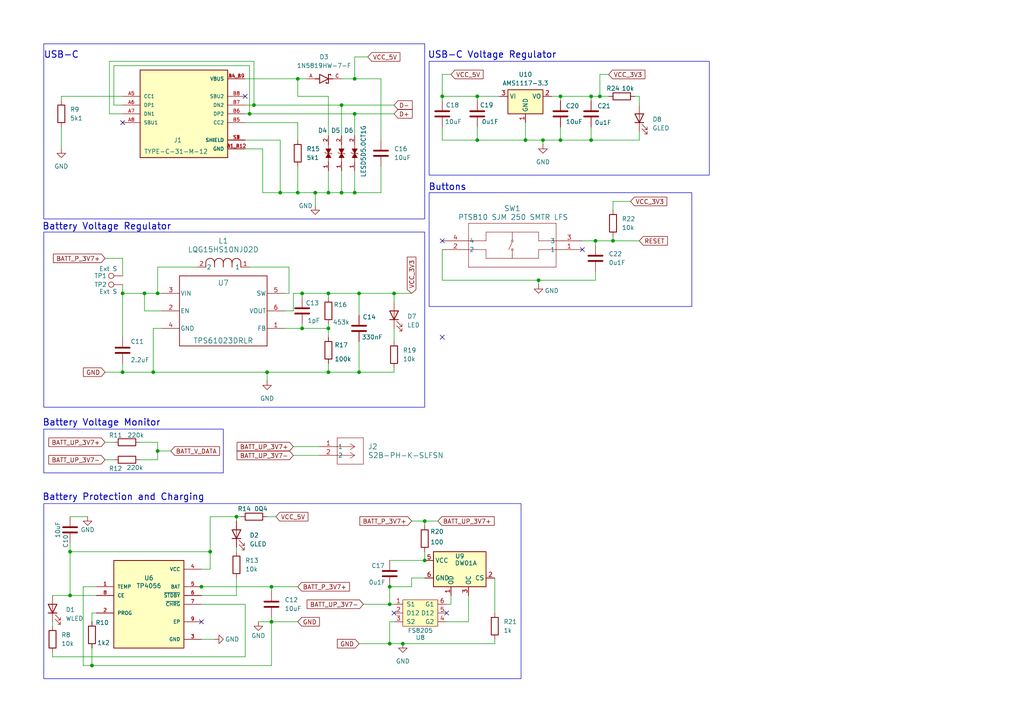
<source format=kicad_sch>
(kicad_sch (version 20250114) (generator "eeschema") (generator_version "9.0")
  (paper "A4")
  (lib_symbols
    (symbol "1N5819HW-7-F:1N5819HW-7-F" (pin_names (offset 1.016))
      (property "Reference" "D" (at -5.08 2.54 0))
      (property "Value" "1N5819HW-7-F" (at -5.08 -3.81 0))
      (symbol "1N5819HW-7-F_0_0"
        (pin passive line (at -5.08 0 0) (length 2.54) (name "~") (number "A"))
        (pin passive line (at 5.08 0 180) (length 2.54) (name "~") (number "C"))
      )
    )
    (symbol "Battery_Management:DW01A"
      (property "Reference" "U" (at -6.604 6.35 0))
      (property "Value" "DW01A" (at 4.318 6.604 0))
      (symbol "DW01A_0_1"
        (pin power_in line (at -10.16 2.54 0) (length 2.54) (name "VCC") (number "5"))
        (pin power_in line (at -10.16 -2.54 0) (length 2.54) (name "GND") (number "6"))
        (pin output line (at -2.54 -7.62 90) (length 2.54) (name "OD") (number "1"))
        (pin output line (at 2.54 -7.62 90) (length 2.54) (name "OC") (number "3"))
        (pin input line (at 10.16 -2.54 180) (length 2.54) (name "CS") (number "2"))
      )
      (symbol "DW01A_1_1"
        (pin no_connect line (at 10.16 2.54 180) (length 2.54) (hide yes) (name "TD") (number "4"))
      )
    )
    (symbol "Connector:TestPoint" (pin_numbers (hide yes)) (pin_names (offset 0.762) (hide yes))
      (property "Reference" "TP" (at 0 6.858 0))
      (property "Value" "TestPoint" (at 0 5.08 0))
      (symbol "TestPoint_1_1"
        (pin passive line (at 0 0 90) (length 2.54) (name "1") (number "1"))
      )
    )
    (symbol "Device:C" (pin_numbers (hide yes)) (pin_names (offset 0.254))
      (property "Reference" "C" (at 0.635 2.54 0))
      (property "Value" "C" (at 0.635 -2.54 0))
      (symbol "C_1_1"
        (pin passive line (at 0 3.81 270) (length 2.794) (name "~") (number "1"))
        (pin passive line (at 0 -3.81 90) (length 2.794) (name "~") (number "2"))
      )
    )
    (symbol "Device:LED" (pin_numbers (hide yes)) (pin_names (offset 1.016) (hide yes))
      (property "Reference" "D" (at 0 2.54 0))
      (property "Value" "LED" (at 0 -2.54 0))
      (symbol "LED_1_1"
        (pin passive line (at -3.81 0 0) (length 2.54) (name "K") (number "1"))
        (pin passive line (at 3.81 0 180) (length 2.54) (name "A") (number "2"))
      )
    )
    (symbol "Device:R" (pin_numbers (hide yes)) (pin_names (offset 0))
      (property "Reference" "R" (at 2.032 0 90))
      (property "Value" "R" (at 0 0 90))
      (symbol "R_1_1"
        (pin passive line (at 0 3.81 270) (length 1.27) (name "~") (number "1"))
        (pin passive line (at 0 -3.81 90) (length 1.27) (name "~") (number "2"))
      )
    )
    (symbol "JST 2 Pin:S2B-PH-K-SLFSN" (pin_names (offset 0.254))
      (property "Reference" "J" (at 8.89 6.35 0))
      (property "Value" "S2B-PH-K-SLFSN" (at 0 0 0))
      (symbol "S2B-PH-K-SLFSN_1_1"
        (pin unspecified line (at 0 0 0) (length 5.08) (name "1") (number "1"))
        (pin unspecified line (at 0 -2.54 0) (length 5.08) (name "2") (number "2"))
      )
      (symbol "S2B-PH-K-SLFSN_1_2"
        (pin unspecified line (at 0 0 0) (length 5.08) (name "1") (number "1"))
        (pin unspecified line (at 0 -2.54 0) (length 5.08) (name "2") (number "2"))
      )
    )
    (symbol "LESD5D5.0CT1G:LESD5D5.0CT1G" (pin_names (offset 1.016))
      (property "Reference" "D" (at -5.08 2.54 0))
      (property "Value" "LESD5D5.0CT1G" (at -5.08 -5.08 0))
      (symbol "LESD5D5.0CT1G_0_0"
        (pin passive line (at -5.08 0 0) (length 2.54) (name "~") (number "1"))
        (pin passive line (at 5.08 0 180) (length 2.54) (name "~") (number "2"))
      )
    )
    (symbol "LQG15HS10NJ02D:LQG15HS10NJ02D" (pin_names (offset 0.254))
      (property "Reference" "L" (at 6.985 5.08 0))
      (property "Value" "LQG15HS10NJ02D" (at 6.985 -2.54 0))
      (symbol "LQG15HS10NJ02D_1_1"
        (pin unspecified line (at 0 0 0) (length 2.54) (name "2") (number "2"))
        (pin unspecified line (at 15.24 0 180) (length 2.54) (name "1") (number "1"))
      )
      (symbol "LQG15HS10NJ02D_1_2"
        (pin unspecified line (at 0 15.24 270) (length 2.54) (name "1") (number "1"))
        (pin unspecified line (at 0 0 90) (length 2.54) (name "2") (number "2"))
      )
    )
    (symbol "PCM_marbastlib-various:FS8205" (pin_names (offset 1.016))
      (property "Reference" "U" (at -3.81 5.08 0))
      (property "Value" "FS8205" (at -1.27 -5.08 0))
      (symbol "FS8205_1_1"
        (pin power_in line (at -7.62 2.54 0) (length 2.54) (name "S1") (number "1"))
        (pin power_in line (at -7.62 0 0) (length 2.54) (name "D12") (number "2"))
        (pin power_in line (at -7.62 -2.54 0) (length 2.54) (name "S2") (number "3"))
        (pin input line (at 7.62 2.54 180) (length 2.54) (name "G1") (number "6"))
        (pin power_in line (at 7.62 0 180) (length 2.54) (name "D12") (number "5"))
        (pin input line (at 7.62 -2.54 180) (length 2.54) (name "G2") (number "4"))
      )
    )
    (symbol "PTS810SJM250SMTRLFS:PTS810_SJM_250_SMTR_LFS" (pin_names (offset 0.254))
      (property "Reference" "SW" (at 20.32 10.16 0))
      (property "Value" "PTS810 SJM 250 SMTR LFS" (at 20.32 7.62 0))
      (symbol "PTS810_SJM_250_SMTR_LFS_0_1"
        (pin unspecified line (at 0 0 0) (length 7.62) (name "1") (number "1"))
        (pin unspecified line (at 0 -2.54 0) (length 7.62) (name "3") (number "3"))
        (pin unspecified line (at 40.64 0 180) (length 7.62) (name "2") (number "2"))
        (pin unspecified line (at 40.64 -2.54 180) (length 7.62) (name "4") (number "4"))
      )
    )
    (symbol "Regulator_Linear:AMS1117-3.3"
      (property "Reference" "U" (at -3.81 3.175 0))
      (property "Value" "AMS1117-3.3" (at 0 3.175 0))
      (symbol "AMS1117-3.3_1_1"
        (pin power_in line (at -7.62 0 0) (length 2.54) (name "VI") (number "3"))
        (pin power_in line (at 0 -7.62 90) (length 2.54) (name "GND") (number "1"))
        (pin power_out line (at 7.62 0 180) (length 2.54) (name "VO") (number "2"))
      )
    )
    (symbol "TP4056:TP4056" (pin_names (offset 1.016))
      (property "Reference" "U" (at -10.16 13.208 0))
      (property "Value" "TP4056" (at -10.16 -15.24 0))
      (symbol "TP4056_0_0"
        (pin input line (at -15.24 5.08 0) (length 5.08) (name "TEMP") (number "1"))
        (pin input line (at -15.24 2.54 0) (length 5.08) (name "CE") (number "8"))
        (pin bidirectional line (at -15.24 -2.54 0) (length 5.08) (name "PROG") (number "2"))
        (pin power_in line (at 15.24 10.16 180) (length 5.08) (name "VCC") (number "4"))
        (pin output line (at 15.24 5.08 180) (length 5.08) (name "BAT") (number "5"))
        (pin output line (at 15.24 2.54 180) (length 5.08) (name "~{STDBY}") (number "6"))
        (pin output line (at 15.24 0 180) (length 5.08) (name "~{CHRG}") (number "7"))
        (pin passive line (at 15.24 -5.08 180) (length 5.08) (name "EP") (number "9"))
        (pin power_in line (at 15.24 -10.16 180) (length 5.08) (name "GND") (number "3"))
      )
    )
    (symbol "TPS61023DRLR:TPS61023DRLR" (pin_names (offset 0.254))
      (property "Reference" "U" (at 0 2.54 0))
      (property "Value" "TPS61023DRLR" (at 0 0 0))
      (symbol "TPS61023DRLR_0_1"
        (pin power_in line (at -17.78 5.08 0) (length 5.08) (name "VIN") (number "3"))
        (pin input line (at -17.78 0 0) (length 5.08) (name "EN") (number "2"))
        (pin power_in line (at -17.78 -5.08 0) (length 5.08) (name "GND") (number "4"))
        (pin power_in line (at 17.78 5.08 180) (length 5.08) (name "SW") (number "5"))
        (pin power_in line (at 17.78 0 180) (length 5.08) (name "VOUT") (number "6"))
        (pin input line (at 17.78 -5.08 180) (length 5.08) (name "FB") (number "1"))
      )
    )
    (symbol "USB-C-31-M-12:TYPE-C-31-M-12" (pin_names (offset 1.016))
      (property "Reference" "J" (at -12.7 13.462 0))
      (property "Value" "TYPE-C-31-M-12" (at -12.7 -13.462 0))
      (symbol "TYPE-C-31-M-12_0_0"
        (pin bidirectional line (at -17.78 5.08 0) (length 5.08) (name "CC1") (number "A5"))
        (pin bidirectional line (at -17.78 2.54 0) (length 5.08) (name "DP1") (number "A6"))
        (pin bidirectional line (at -17.78 0 0) (length 5.08) (name "DN1") (number "A7"))
        (pin bidirectional line (at -17.78 -2.54 0) (length 5.08) (name "SBU1") (number "A8"))
        (pin power_in line (at 17.78 10.16 180) (length 5.08) (name "VBUS") (number "A4_B9"))
        (pin power_in line (at 17.78 10.16 180) (length 5.08) (name "VBUS") (number "B4_A9"))
        (pin bidirectional line (at 17.78 5.08 180) (length 5.08) (name "SBU2") (number "B8"))
        (pin bidirectional line (at 17.78 2.54 180) (length 5.08) (name "DN2") (number "B7"))
        (pin bidirectional line (at 17.78 0 180) (length 5.08) (name "DP2") (number "B6"))
        (pin bidirectional line (at 17.78 -2.54 180) (length 5.08) (name "CC2") (number "B5"))
        (pin passive line (at 17.78 -7.62 180) (length 5.08) (name "SHIELD") (number "S1"))
        (pin passive line (at 17.78 -7.62 180) (length 5.08) (name "SHIELD") (number "S2"))
        (pin passive line (at 17.78 -7.62 180) (length 5.08) (name "SHIELD") (number "S3"))
        (pin passive line (at 17.78 -7.62 180) (length 5.08) (name "SHIELD") (number "S4"))
        (pin power_in line (at 17.78 -10.16 180) (length 5.08) (name "GND") (number "A1_B12"))
        (pin power_in line (at 17.78 -10.16 180) (length 5.08) (name "GND") (number "B1_A12"))
      )
    )
    (symbol "power:GND" (power) (pin_numbers (hide yes)) (pin_names (offset 0) (hide yes))
      (property "Value" "GND" (at 0 -3.81 0))
      (symbol "GND_1_1"
        (pin power_in line (at 0 0 270) (length 0) (name "~") (number "1"))
      )
    )
  )
  (rectangle (start 124.46 17.78) (end 205.74 50.8))
  (rectangle (start 12.7 12.7) (end 123.19 63.5))
  (rectangle (start 12.7 67.31) (end 123.19 118.11))
  (rectangle (start 12.7 146.05) (end 151.13 196.85))
  (rectangle (start 124.46 55.88) (end 200.66 88.9))
  (rectangle (start 12.7 124.46) (end 64.77 137.16))
  (text "Battery Voltage Monitor" (at 29.464 122.682 0) (effects (font (size 1.905 1.905) (thickness 0.254) (bold yes))))
  (text "Battery Voltage Regulator" (at 30.988 65.786 0) (effects (font (size 1.905 1.905) (thickness 0.254) (bold yes))))
  (text "Battery Protection and Charging" (at 35.814 144.272 0) (effects (font (size 1.905 1.905) (thickness 0.254) (bold yes))))
  (text "USB-C" (at 17.78 16.002 0) (effects (font (size 1.905 1.905) (thickness 0.254) (bold yes))))
  (text "Buttons" (at 129.794 54.356 0) (effects (font (size 1.905 1.905) (thickness 0.254) (bold yes))))
  (text "USB-C Voltage Regulator" (at 142.748 16.002 0) (effects (font (size 1.905 1.905) (thickness 0.254) (bold yes))))
  (junction (at 20.32 160.02))
  (junction (at 157.48 40.64))
  (junction (at 58.42 170.18))
  (junction (at 78.74 170.18))
  (junction (at 45.72 85.09))
  (junction (at 44.45 107.95))
  (junction (at 138.43 40.64))
  (junction (at 102.87 55.88))
  (junction (at 162.56 27.94))
  (junction (at 81.28 55.88))
  (junction (at 104.14 85.09))
  (junction (at 77.47 107.95))
  (junction (at 78.74 180.34))
  (junction (at 173.99 27.94))
  (junction (at 104.14 107.95))
  (junction (at 73.66 30.48))
  (junction (at 20.32 172.72))
  (junction (at 35.56 85.09))
  (junction (at 114.3 85.09))
  (junction (at 68.58 149.86))
  (junction (at 26.67 193.04))
  (junction (at 171.45 40.64))
  (junction (at 72.39 33.02))
  (junction (at 128.27 27.94))
  (junction (at 35.56 107.95))
  (junction (at 102.87 33.02))
  (junction (at 172.72 69.85))
  (junction (at 123.19 162.56))
  (junction (at 113.03 175.26))
  (junction (at 95.25 107.95))
  (junction (at 171.45 27.94))
  (junction (at 87.63 95.25))
  (junction (at 45.72 130.81))
  (junction (at 86.36 22.86))
  (junction (at 95.25 85.09))
  (junction (at 177.8 69.85))
  (junction (at 99.06 55.88))
  (junction (at 156.21 81.28))
  (junction (at 91.44 55.88))
  (junction (at 138.43 27.94))
  (junction (at 95.25 95.25))
  (junction (at 87.63 85.09))
  (junction (at 113.03 170.18))
  (junction (at 123.19 151.13))
  (junction (at 41.91 85.09))
  (junction (at 152.4 40.64))
  (junction (at 99.06 30.48))
  (junction (at 60.96 160.02))
  (junction (at 116.84 186.69))
  (junction (at 162.56 40.64))
  (junction (at 86.36 55.88))
  (junction (at 102.87 22.86))
  (junction (at 113.03 186.69))
  (junction (at 95.25 55.88))
  (no_connect (at 168.91 72.39))
  (no_connect (at 35.56 35.56))
  (no_connect (at 128.27 97.79))
  (no_connect (at 129.54 177.8))
  (no_connect (at 71.12 27.94))
  (no_connect (at 58.42 180.34))
  (no_connect (at 128.27 69.85))
  (no_connect (at 114.3 177.8))
  (wire (pts (xy 71.12 22.86) (xy 86.36 22.86)))
  (wire (pts (xy 95.25 85.09) (xy 95.25 86.36)))
  (wire (pts (xy 128.27 36.83) (xy 128.27 40.64)))
  (wire (pts (xy 60.96 149.86) (xy 68.58 149.86)))
  (wire (pts (xy 58.42 185.42) (xy 62.23 185.42)))
  (wire (pts (xy 24.13 193.04) (xy 26.67 193.04)))
  (wire (pts (xy 68.58 172.72) (xy 58.42 172.72)))
  (wire (pts (xy 114.3 95.25) (xy 114.3 99.06)))
  (wire (pts (xy 72.39 77.47) (xy 83.82 77.47)))
  (wire (pts (xy 71.12 35.56) (xy 86.36 35.56)))
  (wire (pts (xy 81.28 40.64) (xy 81.28 55.88)))
  (wire (pts (xy 71.12 40.64) (xy 81.28 40.64)))
  (wire (pts (xy 20.32 160.02) (xy 20.32 172.72)))
  (wire (pts (xy 102.87 33.02) (xy 102.87 39.37)))
  (wire (pts (xy 104.14 99.06) (xy 104.14 107.95)))
  (wire (pts (xy 99.06 49.53) (xy 99.06 55.88)))
  (wire (pts (xy 87.63 85.09) (xy 95.25 85.09)))
  (wire (pts (xy 35.56 82.55) (xy 35.56 85.09)))
  (wire (pts (xy 172.72 69.85) (xy 177.8 69.85)))
  (wire (pts (xy 110.49 22.86) (xy 110.49 40.64)))
  (wire (pts (xy 177.8 60.96) (xy 177.8 58.42)))
  (wire (pts (xy 156.21 82.55) (xy 156.21 81.28)))
  (wire (pts (xy 177.8 68.58) (xy 177.8 69.85)))
  (wire (pts (xy 104.14 85.09) (xy 114.3 85.09)))
  (wire (pts (xy 72.39 19.05) (xy 72.39 33.02)))
  (wire (pts (xy 30.48 107.95) (xy 35.56 107.95)))
  (wire (pts (xy 40.64 133.35) (xy 45.72 133.35)))
  (wire (pts (xy 110.49 55.88) (xy 110.49 48.26)))
  (wire (pts (xy 95.25 27.94) (xy 86.36 27.94)))
  (wire (pts (xy 129.54 180.34) (xy 135.89 180.34)))
  (wire (pts (xy 71.12 175.26) (xy 58.42 175.26)))
  (wire (pts (xy 85.09 132.08) (xy 92.71 132.08)))
  (wire (pts (xy 160.02 27.94) (xy 162.56 27.94)))
  (wire (pts (xy 91.44 55.88) (xy 91.44 59.69)))
  (wire (pts (xy 87.63 95.25) (xy 95.25 95.25)))
  (wire (pts (xy 68.58 149.86) (xy 69.85 149.86)))
  (wire (pts (xy 171.45 27.94) (xy 173.99 27.94)))
  (wire (pts (xy 135.89 172.72) (xy 135.89 180.34)))
  (wire (pts (xy 30.48 74.93) (xy 35.56 74.93)))
  (wire (pts (xy 102.87 49.53) (xy 102.87 55.88)))
  (wire (pts (xy 157.48 40.64) (xy 157.48 41.91)))
  (wire (pts (xy 168.91 69.85) (xy 172.72 69.85)))
  (wire (pts (xy 171.45 27.94) (xy 171.45 29.21)))
  (wire (pts (xy 138.43 36.83) (xy 138.43 40.64)))
  (wire (pts (xy 130.81 21.59) (xy 128.27 21.59)))
  (wire (pts (xy 113.03 180.34) (xy 113.03 186.69)))
  (wire (pts (xy 15.24 190.5) (xy 71.12 190.5)))
  (wire (pts (xy 86.36 22.86) (xy 88.9 22.86)))
  (wire (pts (xy 86.36 55.88) (xy 91.44 55.88)))
  (wire (pts (xy 162.56 40.64) (xy 157.48 40.64)))
  (wire (pts (xy 86.36 35.56) (xy 86.36 40.64)))
  (wire (pts (xy 171.45 40.64) (xy 162.56 40.64)))
  (wire (pts (xy 40.64 128.27) (xy 45.72 128.27)))
  (wire (pts (xy 60.96 165.1) (xy 58.42 165.1)))
  (wire (pts (xy 44.45 107.95) (xy 77.47 107.95)))
  (wire (pts (xy 123.19 152.4) (xy 123.19 151.13)))
  (wire (pts (xy 31.75 17.78) (xy 73.66 17.78)))
  (wire (pts (xy 82.55 85.09) (xy 83.82 85.09)))
  (wire (pts (xy 35.56 105.41) (xy 35.56 107.95)))
  (wire (pts (xy 162.56 36.83) (xy 162.56 40.64)))
  (wire (pts (xy 102.87 22.86) (xy 102.87 16.51)))
  (wire (pts (xy 33.02 19.05) (xy 72.39 19.05)))
  (wire (pts (xy 113.03 170.18) (xy 113.03 175.26)))
  (wire (pts (xy 30.48 128.27) (xy 33.02 128.27)))
  (wire (pts (xy 104.14 107.95) (xy 114.3 107.95)))
  (wire (pts (xy 78.74 179.07) (xy 78.74 180.34)))
  (wire (pts (xy 68.58 158.75) (xy 68.58 160.02)))
  (wire (pts (xy 73.66 17.78) (xy 73.66 30.48)))
  (wire (pts (xy 41.91 90.17) (xy 41.91 85.09)))
  (wire (pts (xy 143.51 167.64) (xy 143.51 177.8)))
  (wire (pts (xy 54.61 170.18) (xy 58.42 170.18)))
  (wire (pts (xy 46.99 85.09) (xy 45.72 85.09)))
  (wire (pts (xy 17.78 36.83) (xy 17.78 43.18)))
  (wire (pts (xy 177.8 69.85) (xy 185.42 69.85)))
  (wire (pts (xy 71.12 30.48) (xy 73.66 30.48)))
  (wire (pts (xy 130.81 172.72) (xy 130.81 175.26)))
  (wire (pts (xy 35.56 74.93) (xy 35.56 80.01)))
  (wire (pts (xy 102.87 22.86) (xy 110.49 22.86)))
  (wire (pts (xy 45.72 128.27) (xy 45.72 130.81)))
  (wire (pts (xy 173.99 27.94) (xy 176.53 27.94)))
  (wire (pts (xy 99.06 30.48) (xy 99.06 39.37)))
  (wire (pts (xy 71.12 190.5) (xy 71.12 175.26)))
  (wire (pts (xy 17.78 29.21) (xy 17.78 27.94)))
  (wire (pts (xy 173.99 21.59) (xy 173.99 27.94)))
  (wire (pts (xy 185.42 27.94) (xy 185.42 30.48)))
  (wire (pts (xy 95.25 93.98) (xy 95.25 95.25)))
  (wire (pts (xy 20.32 172.72) (xy 27.94 172.72)))
  (wire (pts (xy 138.43 27.94) (xy 144.78 27.94)))
  (wire (pts (xy 20.32 149.86) (xy 25.4 149.86)))
  (wire (pts (xy 105.41 175.26) (xy 113.03 175.26)))
  (wire (pts (xy 99.06 22.86) (xy 102.87 22.86)))
  (wire (pts (xy 185.42 40.64) (xy 171.45 40.64)))
  (wire (pts (xy 72.39 33.02) (xy 102.87 33.02)))
  (wire (pts (xy 77.47 107.95) (xy 95.25 107.95)))
  (wire (pts (xy 85.09 129.54) (xy 92.71 129.54)))
  (wire (pts (xy 104.14 186.69) (xy 113.03 186.69)))
  (wire (pts (xy 82.55 95.25) (xy 87.63 95.25)))
  (wire (pts (xy 20.32 160.02) (xy 60.96 160.02)))
  (wire (pts (xy 104.14 85.09) (xy 104.14 91.44)))
  (wire (pts (xy 102.87 16.51) (xy 106.68 16.51)))
  (wire (pts (xy 113.03 162.56) (xy 123.19 162.56)))
  (wire (pts (xy 30.48 133.35) (xy 33.02 133.35)))
  (wire (pts (xy 78.74 170.18) (xy 78.74 171.45)))
  (wire (pts (xy 15.24 189.23) (xy 15.24 190.5)))
  (wire (pts (xy 128.27 40.64) (xy 138.43 40.64)))
  (wire (pts (xy 45.72 85.09) (xy 41.91 85.09)))
  (wire (pts (xy 95.25 39.37) (xy 95.25 27.94)))
  (wire (pts (xy 102.87 55.88) (xy 110.49 55.88)))
  (wire (pts (xy 26.67 187.96) (xy 26.67 193.04)))
  (wire (pts (xy 86.36 48.26) (xy 86.36 55.88)))
  (wire (pts (xy 71.12 33.02) (xy 72.39 33.02)))
  (wire (pts (xy 95.25 49.53) (xy 95.25 55.88)))
  (wire (pts (xy 78.74 193.04) (xy 78.74 180.34)))
  (wire (pts (xy 83.82 77.47) (xy 83.82 85.09)))
  (wire (pts (xy 45.72 130.81) (xy 49.53 130.81)))
  (wire (pts (xy 176.53 21.59) (xy 173.99 21.59)))
  (wire (pts (xy 41.91 85.09) (xy 35.56 85.09)))
  (wire (pts (xy 26.67 193.04) (xy 78.74 193.04)))
  (wire (pts (xy 113.03 170.18) (xy 119.38 170.18)))
  (wire (pts (xy 99.06 55.88) (xy 102.87 55.88)))
  (wire (pts (xy 162.56 27.94) (xy 162.56 29.21)))
  (wire (pts (xy 185.42 38.1) (xy 185.42 40.64)))
  (wire (pts (xy 82.55 90.17) (xy 85.09 90.17)))
  (wire (pts (xy 87.63 85.09) (xy 87.63 86.36)))
  (wire (pts (xy 129.54 175.26) (xy 130.81 175.26)))
  (wire (pts (xy 35.56 107.95) (xy 44.45 107.95)))
  (wire (pts (xy 15.24 180.34) (xy 15.24 181.61)))
  (wire (pts (xy 68.58 149.86) (xy 68.58 151.13)))
  (wire (pts (xy 31.75 33.02) (xy 31.75 17.78)))
  (wire (pts (xy 24.13 170.18) (xy 24.13 193.04)))
  (wire (pts (xy 85.09 90.17) (xy 85.09 85.09)))
  (wire (pts (xy 86.36 27.94) (xy 86.36 22.86)))
  (wire (pts (xy 119.38 167.64) (xy 123.19 167.64)))
  (wire (pts (xy 172.72 81.28) (xy 156.21 81.28)))
  (wire (pts (xy 95.25 85.09) (xy 104.14 85.09)))
  (wire (pts (xy 95.25 105.41) (xy 95.25 107.95)))
  (wire (pts (xy 123.19 160.02) (xy 123.19 162.56)))
  (wire (pts (xy 171.45 36.83) (xy 171.45 40.64)))
  (wire (pts (xy 68.58 167.64) (xy 68.58 172.72)))
  (wire (pts (xy 60.96 149.86) (xy 60.96 160.02)))
  (wire (pts (xy 74.93 180.34) (xy 78.74 180.34)))
  (wire (pts (xy 33.02 30.48) (xy 33.02 19.05)))
  (wire (pts (xy 128.27 72.39) (xy 128.27 81.28)))
  (wire (pts (xy 128.27 27.94) (xy 128.27 29.21)))
  (wire (pts (xy 35.56 85.09) (xy 35.56 97.79)))
  (wire (pts (xy 138.43 27.94) (xy 138.43 29.21)))
  (wire (pts (xy 177.8 58.42) (xy 182.88 58.42)))
  (wire (pts (xy 119.38 151.13) (xy 123.19 151.13)))
  (wire (pts (xy 116.84 186.69) (xy 143.51 186.69)))
  (wire (pts (xy 172.72 69.85) (xy 172.72 71.12)))
  (wire (pts (xy 45.72 77.47) (xy 45.72 85.09)))
  (wire (pts (xy 114.3 106.68) (xy 114.3 107.95)))
  (wire (pts (xy 152.4 35.56) (xy 152.4 40.64)))
  (wire (pts (xy 95.25 55.88) (xy 99.06 55.88)))
  (wire (pts (xy 20.32 157.48) (xy 20.32 160.02)))
  (wire (pts (xy 143.51 185.42) (xy 143.51 186.69)))
  (wire (pts (xy 119.38 170.18) (xy 119.38 167.64)))
  (wire (pts (xy 184.15 27.94) (xy 185.42 27.94)))
  (wire (pts (xy 114.3 85.09) (xy 114.3 87.63)))
  (wire (pts (xy 78.74 180.34) (xy 86.36 180.34)))
  (wire (pts (xy 172.72 78.74) (xy 172.72 81.28)))
  (wire (pts (xy 114.3 180.34) (xy 113.03 180.34)))
  (wire (pts (xy 35.56 30.48) (xy 33.02 30.48)))
  (wire (pts (xy 77.47 107.95) (xy 77.47 110.49)))
  (wire (pts (xy 46.99 95.25) (xy 44.45 95.25)))
  (wire (pts (xy 128.27 81.28) (xy 156.21 81.28)))
  (wire (pts (xy 27.94 177.8) (xy 26.67 177.8)))
  (wire (pts (xy 76.2 55.88) (xy 81.28 55.88)))
  (wire (pts (xy 60.96 160.02) (xy 60.96 165.1)))
  (wire (pts (xy 27.94 170.18) (xy 24.13 170.18)))
  (wire (pts (xy 35.56 33.02) (xy 31.75 33.02)))
  (wire (pts (xy 45.72 130.81) (xy 45.72 133.35)))
  (wire (pts (xy 76.2 43.18) (xy 76.2 55.88)))
  (wire (pts (xy 123.19 151.13) (xy 127 151.13)))
  (wire (pts (xy 15.24 172.72) (xy 20.32 172.72)))
  (wire (pts (xy 87.63 93.98) (xy 87.63 95.25)))
  (wire (pts (xy 102.87 33.02) (xy 114.3 33.02)))
  (wire (pts (xy 57.15 77.47) (xy 45.72 77.47)))
  (wire (pts (xy 81.28 55.88) (xy 86.36 55.88)))
  (wire (pts (xy 95.25 95.25) (xy 95.25 97.79)))
  (wire (pts (xy 95.25 107.95) (xy 104.14 107.95)))
  (wire (pts (xy 46.99 90.17) (xy 41.91 90.17)))
  (wire (pts (xy 26.67 177.8) (xy 26.67 180.34)))
  (wire (pts (xy 71.12 43.18) (xy 76.2 43.18)))
  (wire (pts (xy 162.56 27.94) (xy 171.45 27.94)))
  (wire (pts (xy 78.74 170.18) (xy 86.36 170.18)))
  (wire (pts (xy 44.45 95.25) (xy 44.45 107.95)))
  (wire (pts (xy 73.66 30.48) (xy 99.06 30.48)))
  (wire (pts (xy 85.09 85.09) (xy 87.63 85.09)))
  (wire (pts (xy 99.06 30.48) (xy 114.3 30.48)))
  (wire (pts (xy 17.78 27.94) (xy 35.56 27.94)))
  (wire (pts (xy 138.43 40.64) (xy 152.4 40.64)))
  (wire (pts (xy 152.4 40.64) (xy 157.48 40.64)))
  (wire (pts (xy 77.47 149.86) (xy 80.01 149.86)))
  (wire (pts (xy 128.27 27.94) (xy 138.43 27.94)))
  (wire (pts (xy 128.27 21.59) (xy 128.27 27.94)))
  (wire (pts (xy 113.03 186.69) (xy 116.84 186.69)))
  (wire (pts (xy 58.42 170.18) (xy 78.74 170.18)))
  (wire (pts (xy 113.03 175.26) (xy 114.3 175.26)))
  (wire (pts (xy 114.3 85.09) (xy 119.38 85.09)))
  (wire (pts (xy 91.44 55.88) (xy 95.25 55.88)))
  (global_label "D+" (shape input) (at 114.3 33.02 0) (property "Intersheetrefs" "${INTERSHEET_REFS}" (effects (hide yes))))
  (global_label "GND" (shape input) (at 104.14 186.69 180) (effects (font (thickness 0.1588))) (property "Intersheetrefs" "${INTERSHEET_REFS}" (effects (hide yes))))
  (global_label "VCC_3V3" (shape input) (at 176.53 21.59 0) (effects (font (thickness 0.1588))) (property "Intersheetrefs" "${INTERSHEET_REFS}" (effects (hide yes))))
  (global_label "VCC_3V3" (shape input) (at 119.38 85.09 90) (effects (font (thickness 0.1588))) (property "Intersheetrefs" "${INTERSHEET_REFS}" (effects (hide yes))))
  (global_label "BATT_V_DATA" (shape input) (at 49.53 130.81 0) (effects (font (thickness 0.1588))) (property "Intersheetrefs" "${INTERSHEET_REFS}" (effects (hide yes))))
  (global_label "VCC_5V" (shape input) (at 80.01 149.86 0) (property "Intersheetrefs" "${INTERSHEET_REFS}" (effects (hide yes))))
  (global_label "GND" (shape input) (at 30.48 107.95 180) (effects (font (thickness 0.1588))) (property "Intersheetrefs" "${INTERSHEET_REFS}" (effects (hide yes))))
  (global_label "BATT_UP_3V7+" (shape input) (at 30.48 128.27 180) (effects (font (thickness 0.1588))) (property "Intersheetrefs" "${INTERSHEET_REFS}" (effects (hide yes))))
  (global_label "D-" (shape input) (at 114.3 30.48 0) (property "Intersheetrefs" "${INTERSHEET_REFS}" (effects (hide yes))))
  (global_label "BATT_UP_3V7-" (shape input) (at 105.41 175.26 180) (effects (font (thickness 0.1588))) (property "Intersheetrefs" "${INTERSHEET_REFS}" (effects (hide yes))))
  (global_label "VCC_5V" (shape input) (at 106.68 16.51 0) (property "Intersheetrefs" "${INTERSHEET_REFS}" (effects (hide yes))))
  (global_label "VCC_5V" (shape input) (at 130.81 21.59 0) (effects (font (thickness 0.1588))) (property "Intersheetrefs" "${INTERSHEET_REFS}" (effects (hide yes))))
  (global_label "GND" (shape input) (at 86.36 180.34 0) (effects (font (thickness 0.1588))) (property "Intersheetrefs" "${INTERSHEET_REFS}" (effects (hide yes))))
  (global_label "RESET" (shape input) (at 185.42 69.85 0) (effects (font (thickness 0.1588))) (property "Intersheetrefs" "${INTERSHEET_REFS}" (effects (hide yes))))
  (global_label "BATT_P_3V7+" (shape input) (at 86.36 170.18 0) (effects (font (thickness 0.1588))) (property "Intersheetrefs" "${INTERSHEET_REFS}" (effects (hide yes))))
  (global_label "BATT_P_3V7+" (shape input) (at 30.48 74.93 180) (effects (font (thickness 0.1588))) (property "Intersheetrefs" "${INTERSHEET_REFS}" (effects (hide yes))))
  (global_label "BATT_UP_3V7-" (shape input) (at 30.48 133.35 180) (effects (font (thickness 0.1588))) (property "Intersheetrefs" "${INTERSHEET_REFS}" (effects (hide yes))))
  (global_label "BATT_UP_3V7+" (shape input) (at 85.09 129.54 180) (effects (font (thickness 0.1588))) (property "Intersheetrefs" "${INTERSHEET_REFS}" (effects (hide yes))))
  (global_label "BATT_P_3V7+" (shape input) (at 119.38 151.13 180) (effects (font (thickness 0.1588))) (property "Intersheetrefs" "${INTERSHEET_REFS}" (effects (hide yes))))
  (global_label "BATT_UP_3V7-" (shape input) (at 85.09 132.08 180) (effects (font (thickness 0.1588))) (property "Intersheetrefs" "${INTERSHEET_REFS}" (effects (hide yes))))
  (global_label "BATT_UP_3V7+" (shape input) (at 127 151.13 0) (effects (font (thickness 0.1588))) (property "Intersheetrefs" "${INTERSHEET_REFS}" (effects (hide yes))))
  (global_label "VCC_3V3" (shape input) (at 182.88 58.42 0) (effects (font (thickness 0.1588))) (property "Intersheetrefs" "${INTERSHEET_REFS}" (effects (hide yes))))
  (symbol (lib_id "1N5819HW-7-F:1N5819HW-7-F") (at 93.98 22.86 0) (unit 1)
    (property "Reference" "D3" (at 93.98 16.51 0))
    (property "Value" "1N5819HW-7-F" (at 93.98 19.05 0))
    (property "Footprint" "1N5819HW-7-F:SOD3715X145N" (effects (hide yes)))
    (property "PARTREV" "18-2" (effects (hide yes)))
    (property "STANDARD" "IPC-7351B" (effects (hide yes)))
    (property "MANUFACTURER" "Diodes Inc." (effects (hide yes)))
    (instances (project "" (path "" (reference "D3") (unit 1))) (project "" (path "" (reference "D1") (unit 1))))
  )
  (symbol (lib_id "power:GND") (at 116.84 186.69 0) (unit 1)
    (property "Reference" "#PWR?" (effects (hide yes)))
    (property "Value" "GND" (at 116.84 191.77 0))
    (property "Description" "Power symbol creates a global label with name \"GND\" , ground" (effects (hide yes)))
    (instances (project "Pressure Broom" (path "" (reference "#PWR?") (unit 1))) (project "" (path "" (reference "#PWR011") (unit 1))))
  )
  (symbol (lib_id "Device:R") (at 86.36 44.45 0) (unit 1)
    (property "Reference" "R15" (at 88.9 43.1799 0) (effects (justify left)))
    (property "Value" "5k1" (at 88.9 45.7199 0) (effects (justify left)))
    (property "Footprint" "Resistor_SMD:R_0603_1608Metric" (effects (hide yes)))
    (property "Description" "Resistor" (effects (hide yes)))
    (instances (project "" (path "" (reference "R15") (unit 1))) (project "" (path "" (reference "R2") (unit 1))))
  )
  (symbol (lib_id "TP4056:TP4056") (at 43.18 175.26 0) (unit 1)
    (property "Reference" "U6" (at 43.18 167.64 0))
    (property "Value" "TP4056" (at 43.18 169.926 0))
    (property "Footprint" "TP4056:SOP127P600X175-9N" (effects (hide yes)))
    (property "MF" "NanJing Top Power ASIC Corp." (effects (hide yes)))
    (property "MAXIMUM_PACKAGE_HEIGHT" "1.75mm" (effects (hide yes)))
    (property "Package" "Package" (effects (hide yes)))
    (property "Price" "None" (effects (hide yes)))
    (property "Check_prices" "https://www.snapeda.com/parts/TP4056/NanJing+Top+Power+ASIC+Corp./view-part/?ref=eda" (effects (hide yes)))
    (property "STANDARD" "IPC 7351B" (effects (hide yes)))
    (property "SnapEDA_Link" "https://www.snapeda.com/parts/TP4056/NanJing+Top+Power+ASIC+Corp./view-part/?ref=snap" (effects (hide yes)))
    (property "MP" "TP4056" (effects (hide yes)))
    (property "Description_1" "\n                        \n                            Complete single cell Li-Ion battery with a constant current / constant voltage linear charger\n                        \n" (effects (hide yes)))
    (property "Availability" "Not in stock" (effects (hide yes)))
    (property "MANUFACTURER" "NanJing Top Power ASIC Corp." (effects (hide yes)))
    (instances (project "" (path "" (reference "U6") (unit 1))) (project "" (path "" (reference "U4") (unit 1))))
  )
  (symbol (lib_id "Device:R") (at 36.83 128.27 90) (unit 1)
    (property "Reference" "R11" (at 33.528 126.238 90))
    (property "Value" "220k" (at 39.37 126.238 90))
    (property "Footprint" "Resistor_SMD:R_0603_1608Metric" (effects (hide yes)))
    (property "Description" "Resistor" (effects (hide yes)))
    (instances (project "" (path "" (reference "R11") (unit 1))) (project "" (path "" (reference "R17") (unit 1))))
  )
  (symbol (lib_id "Connector:TestPoint") (at 35.56 80.01 90) (unit 1)
    (property "Reference" "TP1" (at 30.988 80.01 90) (effects (justify left)))
    (property "Value" "Ext S" (at 34.036 77.978 90) (effects (justify left)))
    (property "Footprint" "TestPoint:TestPoint_THTPad_2.0x2.0mm_Drill1.0mm" (effects (hide yes)))
    (property "Description" "test point" (effects (hide yes)))
  )
  (symbol (lib_id "power:GND") (at 62.23 185.42 90) (unit 1)
    (property "Reference" "#PWR?" (effects (hide yes)))
    (property "Value" "GND" (at 65.278 185.42 90) (effects (justify right)))
    (property "Description" "Power symbol creates a global label with name \"GND\" , ground" (effects (hide yes)))
    (instances (project "Pressure Broom" (path "" (reference "#PWR?") (unit 1))) (project "RockTimer v2" (path "" (reference "#PWR09") (unit 1))))
  )
  (symbol (lib_id "Device:LED") (at 15.24 176.53 90) (unit 1)
    (property "Reference" "D1" (at 19.05 176.8474 90) (effects (justify right)))
    (property "Value" "WLED" (at 19.05 179.3874 90) (effects (justify right)))
    (property "Footprint" "LED_SMD:LED_0603_1608Metric" (effects (hide yes)))
    (property "Description" "Light emitting diode" (effects (hide yes)))
    (instances (project "" (path "" (reference "D1") (unit 1))) (project "" (path "" (reference "D7") (unit 1))))
  )
  (symbol (lib_id "Device:R") (at 95.25 101.6 0) (unit 1)
    (property "Reference" "R17" (at 97.028 100.076 0) (effects (justify left)))
    (property "Value" "100k" (at 97.028 104.14 0) (effects (justify left)))
    (property "Footprint" "Resistor_SMD:R_0603_1608Metric" (effects (hide yes)))
    (property "Description" "Resistor" (effects (hide yes)))
    (instances (project "" (path "" (reference "R17") (unit 1))) (project "" (path "" (reference "R4") (unit 1))))
  )
  (symbol (lib_id "LESD5D5.0CT1G:LESD5D5.0CT1G") (at 95.25 44.45 90) (unit 1)
    (property "Reference" "D4" (at 92.202 37.846 90) (effects (justify right)))
    (property "Value" "LESD5D5.0CT1G" (effects (hide yes)))
    (property "Footprint" "TPS61023:TVS_LESD5D5.0CT1G" (effects (hide yes)))
    (property "MF" "Leshan Radio Co." (effects (hide yes)))
    (property "MAXIMUM_PACKAGE_HEIGHT" "0.7 mm" (effects (hide yes)))
    (property "Package" "None" (effects (hide yes)))
    (property "Price" "None" (effects (hide yes)))
    (property "Check_prices" "https://www.snapeda.com/parts/LESD5D5.0CT1G/Leshan+Radio/view-part/?ref=eda" (effects (hide yes)))
    (property "STANDARD" "Manufacturer Recommendations" (effects (hide yes)))
    (property "PARTREV" "O" (effects (hide yes)))
    (property "SnapEDA_Link" "https://www.snapeda.com/parts/LESD5D5.0CT1G/Leshan+Radio/view-part/?ref=snap" (effects (hide yes)))
    (property "MP" "LESD5D5.0CT1G" (effects (hide yes)))
    (property "Description_1" "\n                        \n                            Transient Voltage Suppressors for ESD Protection\n                        \n" (effects (hide yes)))
    (property "Availability" "In Stock" (effects (hide yes)))
    (property "MANUFACTURER" "LRC" (effects (hide yes)))
    (instances (project "" (path "" (reference "D4") (unit 1))) (project "" (path "" (reference "D2") (unit 1))))
  )
  (symbol (lib_id "Device:C") (at 162.56 33.02 0) (unit 1)
    (property "Reference" "C20" (at 164.084 30.734 0) (effects (justify left)))
    (property "Value" "10uF" (at 164.084 35.306 0) (effects (justify left)))
    (property "Footprint" "Capacitor_SMD:C_0603_1608Metric" (effects (hide yes)))
    (property "Description" "Unpolarized capacitor" (effects (hide yes)))
    (instances (project "" (path "" (reference "C20") (unit 1))) (project "" (path "" (reference "C7") (unit 1))))
  )
  (symbol (lib_id "Device:C") (at 87.63 90.17 0) (unit 1)
    (property "Reference" "C13" (at 88.646 87.884 0) (effects (justify left)))
    (property "Value" "1pF" (at 89.154 92.964 0) (effects (justify left)))
    (property "Footprint" "Capacitor_SMD:C_0603_1608Metric" (effects (hide yes)))
    (property "Description" "Unpolarized capacitor" (effects (hide yes)))
    (instances (project "" (path "" (reference "C13") (unit 1))) (project "" (path "" (reference "C2") (unit 1))))
  )
  (symbol (lib_id "Battery_Management:DW01A") (at 133.35 165.1 0) (unit 1)
    (property "Reference" "U9" (at 133.35 161.29 0))
    (property "Value" "DW01A" (at 135.128 163.322 0))
    (property "Footprint" "Package_TO_SOT_SMD:SOT-23-6" (effects (hide yes)))
    (property "Datasheet" "https://hmsemi.com/downfile/DW01A.PDF" (effects (hide yes)))
    (property "Description" "Overcharge, overcurrent and overdischarge protection IC for single cell lithium-ion/polymer battery" (effects (hide yes)))
    (instances (project "" (path "" (reference "U9") (unit 1))) (project "" (path "" (reference "U5") (unit 1))))
  )
  (symbol (lib_id "Connector:TestPoint") (at 35.56 82.55 90) (unit 1)
    (property "Reference" "TP2" (at 30.988 82.55 90) (effects (justify left)))
    (property "Value" "Ext S" (at 34.036 84.582 90) (effects (justify left)))
    (property "Footprint" "TestPoint:TestPoint_THTPad_D2.0mm_Drill1.0mm" (effects (hide yes)))
    (property "Description" "test point" (effects (hide yes)))
  )
  (symbol (lib_id "Device:C") (at 78.74 175.26 0) (unit 1)
    (property "Reference" "C12" (at 82.55 173.9899 0) (effects (justify left)))
    (property "Value" "10uF" (at 82.55 176.5299 0) (effects (justify left)))
    (property "Footprint" "Capacitor_SMD:C_0603_1608Metric" (effects (hide yes)))
    (property "Description" "Unpolarized capacitor" (effects (hide yes)))
    (instances (project "" (path "" (reference "C12") (unit 1))) (project "" (path "" (reference "C11") (unit 1))))
  )
  (symbol (lib_id "LQG15HS10NJ02D:LQG15HS10NJ02D") (at 57.15 77.47 0) (unit 1)
    (property "Reference" "L1" (at 64.77 69.85 0) (effects (font (size 1.524 1.524))))
    (property "Value" "LQG15HS10NJ02D" (at 64.77 72.39 0) (effects (font (size 1.524 1.524))))
    (property "Footprint" "LQG15HS10NJ02D:IND_LQG15HS10NJ02D_MUR" (effects (hide yes)))
    (property "Datasheet" "LQG15HS10NJ02D" (effects (hide yes)))
  )
  (symbol (lib_id "Device:LED") (at 185.42 34.29 90) (unit 1)
    (property "Reference" "D8" (at 189.23 34.6074 90) (effects (justify right)))
    (property "Value" "GLED" (at 189.23 37.1474 90) (effects (justify right)))
    (property "Footprint" "LED_SMD:LED_0603_1608Metric" (effects (hide yes)))
    (property "Description" "Light emitting diode" (effects (hide yes)))
    (instances (project "" (path "" (reference "D8") (unit 1))) (project "" (path "" (reference "D5") (unit 1))))
  )
  (symbol (lib_id "Device:C") (at 110.49 44.45 0) (unit 1)
    (property "Reference" "C16" (at 114.3 43.1799 0) (effects (justify left)))
    (property "Value" "10uF" (at 114.3 45.7199 0) (effects (justify left)))
    (property "Footprint" "Capacitor_SMD:C_0603_1608Metric" (effects (hide yes)))
    (property "Description" "Unpolarized capacitor" (effects (hide yes)))
    (instances (project "" (path "" (reference "C16") (unit 1))) (project "" (path "" (reference "C1") (unit 1))))
  )
  (symbol (lib_id "Device:R") (at 123.19 156.21 180) (unit 1)
    (property "Reference" "R20" (at 126.746 154.178 0))
    (property "Value" "100" (at 126.746 157.226 0))
    (property "Footprint" "Resistor_SMD:R_0603_1608Metric" (effects (hide yes)))
    (property "Description" "Resistor" (effects (hide yes)))
    (instances (project "" (path "" (reference "R20") (unit 1))) (project "" (path "" (reference "R12") (unit 1))))
  )
  (symbol (lib_id "power:GND") (at 156.21 82.55 0) (unit 1)
    (property "Reference" "#PWR?" (effects (hide yes)))
    (property "Value" "GND" (at 160.02 84.328 0))
    (property "Description" "Power symbol creates a global label with name \"GND\" , ground" (effects (hide yes)))
    (instances (project "Pressure Broom" (path "" (reference "#PWR?") (unit 1))) (project "" (path "" (reference "#PWR05") (unit 1))))
  )
  (symbol (lib_id "Device:C") (at 20.32 153.67 180) (unit 1)
    (property "Reference" "C10" (at 19.05 156.972 90))
    (property "Value" "10uF" (at 16.764 153.67 90))
    (property "Footprint" "Capacitor_SMD:C_0603_1608Metric" (effects (hide yes)))
    (property "Description" "Unpolarized capacitor" (effects (hide yes)))
    (instances (project "" (path "" (reference "C10") (unit 1))) (project "" (path "" (reference "C12") (unit 1))))
  )
  (symbol (lib_id "Device:R") (at 95.25 90.17 0) (unit 1)
    (property "Reference" "R16" (at 96.774 88.392 0) (effects (justify left)))
    (property "Value" "453k" (at 96.52 93.472 0) (effects (justify left)))
    (property "Footprint" "Resistor_SMD:R_0603_1608Metric" (effects (hide yes)))
    (property "Description" "Resistor" (effects (hide yes)))
    (instances (project "" (path "" (reference "R16") (unit 1))) (project "" (path "" (reference "R3") (unit 1))))
  )
  (symbol (lib_id "JST 2 Pin:S2B-PH-K-SLFSN") (at 92.71 129.54 0) (unit 1)
    (property "Reference" "J2" (at 106.68 129.5399 0) (effects (font (size 1.524 1.524)) (justify left)))
    (property "Value" "S2B-PH-K-SLFSN" (at 106.68 132.0799 0) (effects (font (size 1.524 1.524)) (justify left)))
    (property "Footprint" "CONN_S2B-PH-K-S_JST" (effects (hide yes)))
    (property "Datasheet" "S2B-PH-K-SLFSN" (effects (hide yes)))
  )
  (symbol (lib_id "Device:R") (at 177.8 64.77 0) (unit 1)
    (property "Reference" "R22" (at 180.34 63.4999 0) (effects (justify left)))
    (property "Value" "10k" (at 180.34 66.0399 0) (effects (justify left)))
    (property "Footprint" "Resistor_SMD:R_0603_1608Metric" (effects (hide yes)))
    (property "Description" "Resistor" (effects (hide yes)))
    (instances (project "" (path "" (reference "R22") (unit 1))) (project "" (path "" (reference "R6") (unit 1))))
  )
  (symbol (lib_id "Device:R") (at 36.83 133.35 90) (unit 1)
    (property "Reference" "R12" (at 33.528 135.89 90))
    (property "Value" "220k" (at 39.116 135.636 90))
    (property "Footprint" "Resistor_SMD:R_0603_1608Metric" (effects (hide yes)))
    (property "Description" "Resistor" (effects (hide yes)))
    (instances (project "" (path "" (reference "R12") (unit 1))) (project "" (path "" (reference "R18") (unit 1))))
  )
  (symbol (lib_id "Device:R") (at 17.78 33.02 0) (unit 1)
    (property "Reference" "R9" (at 20.32 31.7499 0) (effects (justify left)))
    (property "Value" "5k1" (at 20.32 34.2899 0) (effects (justify left)))
    (property "Footprint" "Resistor_SMD:R_0603_1608Metric" (effects (hide yes)))
    (property "Description" "Resistor" (effects (hide yes)))
    (instances (project "" (path "" (reference "R9") (unit 1))) (project "" (path "" (reference "R1") (unit 1))))
  )
  (symbol (lib_id "Device:LED") (at 68.58 154.94 90) (unit 1)
    (property "Reference" "D2" (at 72.39 155.2574 90) (effects (justify right)))
    (property "Value" "GLED" (at 72.39 157.7974 90) (effects (justify right)))
    (property "Footprint" "LED_SMD:LED_0603_1608Metric" (effects (hide yes)))
    (property "Description" "Light emitting diode" (effects (hide yes)))
    (instances (project "" (path "" (reference "D2") (unit 1))) (project "" (path "" (reference "D6") (unit 1))))
  )
  (symbol (lib_id "Device:C") (at 128.27 33.02 0) (unit 1)
    (property "Reference" "C18" (at 129.286 30.48 0) (effects (justify left)))
    (property "Value" "10uF" (at 129.032 35.306 0) (effects (justify left)))
    (property "Footprint" "Capacitor_SMD:C_0603_1608Metric" (effects (hide yes)))
    (property "Description" "Unpolarized capacitor" (effects (hide yes)))
    (instances (project "" (path "" (reference "C18") (unit 1))) (project "" (path "" (reference "C5") (unit 1))))
  )
  (symbol (lib_id "Device:C") (at 138.43 33.02 0) (unit 1)
    (property "Reference" "C19" (at 139.192 30.48 0) (effects (justify left)))
    (property "Value" "0u1F" (at 139.7 35.306 0) (effects (justify left)))
    (property "Footprint" "Capacitor_SMD:C_0603_1608Metric" (effects (hide yes)))
    (property "Description" "Unpolarized capacitor" (effects (hide yes)))
    (instances (project "" (path "" (reference "C19") (unit 1))) (project "" (path "" (reference "C6") (unit 1))))
  )
  (symbol (lib_id "LESD5D5.0CT1G:LESD5D5.0CT1G") (at 99.06 44.45 90) (unit 1)
    (property "Reference" "D5" (at 96.012 37.846 90) (effects (justify right)))
    (property "Value" "LESD5D5.0CT1G" (effects (hide yes)))
    (property "Footprint" "TPS61023:TVS_LESD5D5.0CT1G" (effects (hide yes)))
    (property "MF" "Leshan Radio Co." (effects (hide yes)))
    (property "MAXIMUM_PACKAGE_HEIGHT" "0.7 mm" (effects (hide yes)))
    (property "Package" "None" (effects (hide yes)))
    (property "Price" "None" (effects (hide yes)))
    (property "Check_prices" "https://www.snapeda.com/parts/LESD5D5.0CT1G/Leshan+Radio/view-part/?ref=eda" (effects (hide yes)))
    (property "STANDARD" "Manufacturer Recommendations" (effects (hide yes)))
    (property "PARTREV" "O" (effects (hide yes)))
    (property "SnapEDA_Link" "https://www.snapeda.com/parts/LESD5D5.0CT1G/Leshan+Radio/view-part/?ref=snap" (effects (hide yes)))
    (property "MP" "LESD5D5.0CT1G" (effects (hide yes)))
    (property "Description_1" "\n                        \n                            Transient Voltage Suppressors for ESD Protection\n                        \n" (effects (hide yes)))
    (property "Availability" "In Stock" (effects (hide yes)))
    (property "MANUFACTURER" "LRC" (effects (hide yes)))
    (instances (project "" (path "" (reference "D5") (unit 1))) (project "" (path "" (reference "D3") (unit 1))))
  )
  (symbol (lib_id "Device:C") (at 104.14 95.25 0) (unit 1)
    (property "Reference" "C14" (at 105.156 91.948 0) (effects (justify left)))
    (property "Value" "330nF" (at 104.902 97.79 0) (effects (justify left)))
    (property "Footprint" "Capacitor_SMD:C_0603_1608Metric" (effects (hide yes)))
    (property "Description" "Unpolarized capacitor" (effects (hide yes)))
    (instances (project "" (path "" (reference "C14") (unit 1))) (project "" (path "" (reference "C3") (unit 1))))
  )
  (symbol (lib_id "Device:C") (at 171.45 33.02 0) (unit 1)
    (property "Reference" "C21" (at 173.228 30.734 0) (effects (justify left)))
    (property "Value" "0u1F" (at 172.466 35.56 0) (effects (justify left)))
    (property "Footprint" "Capacitor_SMD:C_0603_1608Metric" (effects (hide yes)))
    (property "Description" "Unpolarized capacitor" (effects (hide yes)))
    (instances (project "" (path "" (reference "C21") (unit 1))) (project "" (path "" (reference "C8") (unit 1))))
  )
  (symbol (lib_id "LESD5D5.0CT1G:LESD5D5.0CT1G") (at 102.87 44.45 90) (unit 1)
    (property "Reference" "D6" (at 99.822 37.846 90) (effects (justify right)))
    (property "Value" "LESD5D5.0CT1G" (at 105.41 36.322 0) (effects (justify right)))
    (property "Footprint" "TPS61023:TVS_LESD5D5.0CT1G" (effects (hide yes)))
    (property "MF" "Leshan Radio Co." (effects (hide yes)))
    (property "MAXIMUM_PACKAGE_HEIGHT" "0.7 mm" (effects (hide yes)))
    (property "Package" "None" (effects (hide yes)))
    (property "Price" "None" (effects (hide yes)))
    (property "Check_prices" "https://www.snapeda.com/parts/LESD5D5.0CT1G/Leshan+Radio/view-part/?ref=eda" (effects (hide yes)))
    (property "STANDARD" "Manufacturer Recommendations" (effects (hide yes)))
    (property "PARTREV" "O" (effects (hide yes)))
    (property "SnapEDA_Link" "https://www.snapeda.com/parts/LESD5D5.0CT1G/Leshan+Radio/view-part/?ref=snap" (effects (hide yes)))
    (property "MP" "LESD5D5.0CT1G" (effects (hide yes)))
    (property "Description_1" "\n                        \n                            Transient Voltage Suppressors for ESD Protection\n                        \n" (effects (hide yes)))
    (property "Availability" "In Stock" (effects (hide yes)))
    (property "MANUFACTURER" "LRC" (effects (hide yes)))
    (instances (project "" (path "" (reference "D6") (unit 1))) (project "" (path "" (reference "D4") (unit 1))))
  )
  (symbol (lib_id "Device:R") (at 180.34 27.94 90) (unit 1)
    (property "Reference" "R24" (at 177.8 25.654 90))
    (property "Value" "10k" (at 182.118 25.654 90))
    (property "Footprint" "Resistor_SMD:R_0603_1608Metric" (effects (hide yes)))
    (property "Description" "Resistor" (effects (hide yes)))
    (instances (project "" (path "" (reference "R24") (unit 1))) (project "" (path "" (reference "R5") (unit 1))))
  )
  (symbol (lib_id "power:GND") (at 157.48 41.91 0) (unit 1)
    (property "Reference" "#PWR?" (effects (hide yes)))
    (property "Value" "GND" (at 157.48 46.99 0))
    (property "Description" "Power symbol creates a global label with name \"GND\" , ground" (effects (hide yes)))
    (instances (project "Pressure Broom" (path "" (reference "#PWR?") (unit 1))) (project "" (path "" (reference "#PWR04") (unit 1))))
  )
  (symbol (lib_id "Device:R") (at 26.67 184.15 0) (unit 1)
    (property "Reference" "R10" (at 27.686 180.594 0) (effects (justify left)))
    (property "Value" "1k2" (at 28.194 186.436 0) (effects (justify left)))
    (property "Footprint" "Resistor_SMD:R_0603_1608Metric" (effects (hide yes)))
    (property "Description" "Resistor" (effects (hide yes)))
    (instances (project "" (path "" (reference "R10") (unit 1))) (project "" (path "" (reference "R11") (unit 1))))
  )
  (symbol (lib_id "power:GND") (at 77.47 110.49 0) (unit 1)
    (property "Reference" "#PWR?" (effects (hide yes)))
    (property "Value" "GND" (at 77.47 115.57 0))
    (property "Description" "Power symbol creates a global label with name \"GND\" , ground" (effects (hide yes)))
    (instances (project "Pressure Broom" (path "" (reference "#PWR?") (unit 1))) (project "" (path "" (reference "#PWR03") (unit 1))))
  )
  (symbol (lib_id "USB-C-31-M-12:TYPE-C-31-M-12") (at 53.34 33.02 0) (unit 1)
    (property "Reference" "J1" (at 51.562 40.64 0))
    (property "Value" "TYPE-C-31-M-12" (at 51.054 43.942 0))
    (property "Footprint" "USB-C-31-M-12:HRO_TYPE-C-31-M-12" (effects (hide yes)))
    (property "MF" "HRO Electronics Co., Ltd." (effects (hide yes)))
    (property "MAXIMUM_PACKAGE_HEIGHT" "3.26 mm" (effects (hide yes)))
    (property "Package" "Package" (effects (hide yes)))
    (property "Price" "None" (effects (hide yes)))
    (property "Check_prices" "https://www.snapeda.com/parts/TYPE-C-31-M-12/HRO+Electronics+Co.%252C+Ltd./view-part/?ref=eda" (effects (hide yes)))
    (property "STANDARD" "Manufacturer Recommendations" (effects (hide yes)))
    (property "PARTREV" "2020.12.08" (effects (hide yes)))
    (property "SnapEDA_Link" "https://www.snapeda.com/parts/TYPE-C-31-M-12/HRO+Electronics+Co.%252C+Ltd./view-part/?ref=snap" (effects (hide yes)))
    (property "MP" "TYPE-C-31-M-12" (effects (hide yes)))
    (property "Description_1" "\n                        \n                            USB Connectors 24 Receptacle 1 8.94*7.3mm RoHS\n                        \n" (effects (hide yes)))
    (property "SNAPEDA_PN" "TYPE-C-31-M-12" (effects (hide yes)))
    (property "Availability" "Not in stock" (effects (hide yes)))
    (property "MANUFACTURER" "HRO Electronics Co., Ltd." (effects (hide yes)))
  )
  (symbol (lib_id "Device:C") (at 35.56 101.6 0) (unit 1)
    (property "Reference" "C11" (at 37.846 99.06 0) (effects (justify left)))
    (property "Value" "2.2uF" (at 37.846 104.394 0) (effects (justify left)))
    (property "Footprint" "Capacitor_SMD:C_0603_1608Metric" (effects (hide yes)))
    (property "Description" "Unpolarized capacitor" (effects (hide yes)))
    (instances (project "" (path "" (reference "C11") (unit 1))) (project "" (path "" (reference "C4") (unit 1))))
  )
  (symbol (lib_id "power:GND") (at 91.44 59.69 0) (unit 1)
    (property "Reference" "#PWR?" (effects (hide yes)))
    (property "Value" "GND" (at 88.646 59.69 0))
    (property "Description" "Power symbol creates a global label with name \"GND\" , ground" (effects (hide yes)))
    (instances (project "Pressure Broom" (path "" (reference "#PWR?") (unit 1))) (project "" (path "" (reference "#PWR02") (unit 1))))
  )
  (symbol (lib_id "power:GND") (at 25.4 149.86 0) (unit 1)
    (property "Reference" "#PWR?" (effects (hide yes)))
    (property "Value" "GND" (at 25.4 153.67 0))
    (property "Description" "Power symbol creates a global label with name \"GND\" , ground" (effects (hide yes)))
    (instances (project "Pressure Broom" (path "" (reference "#PWR?") (unit 1))) (project "" (path "" (reference "#PWR07") (unit 1))))
  )
  (symbol (lib_id "Device:LED") (at 114.3 91.44 90) (unit 1)
    (property "Reference" "D7" (at 118.11 91.7574 90) (effects (justify right)))
    (property "Value" "LED" (at 118.11 94.2974 90) (effects (justify right)))
    (property "Footprint" "LED_SMD:LED_0603_1608Metric" (effects (hide yes)))
    (property "Description" "Light emitting diode" (effects (hide yes)))
    (instances (project "" (path "" (reference "D7") (unit 1))) (project "" (path "" (reference "D8") (unit 1))))
  )
  (symbol (lib_id "Device:R") (at 114.3 102.87 0) (unit 1)
    (property "Reference" "R19" (at 116.84 101.5999 0) (effects (justify left)))
    (property "Value" "10k" (at 116.84 104.1399 0) (effects (justify left)))
    (property "Footprint" "Resistor_SMD:R_0603_1608Metric" (effects (hide yes)))
    (property "Description" "Resistor" (effects (hide yes)))
    (instances (project "" (path "" (reference "R19") (unit 1))) (project "" (path "" (reference "R15") (unit 1))))
  )
  (symbol (lib_id "TPS61023DRLR:TPS61023DRLR") (at 64.77 90.17 0) (unit 1)
    (property "Reference" "U7" (at 64.77 82.042 0) (effects (font (size 1.524 1.524))))
    (property "Value" "TPS61023DRLR" (at 64.77 98.806 0) (effects (font (size 1.524 1.524))))
    (property "Footprint" "TPS61023:TPS61023" (effects (hide yes)))
    (property "Datasheet" "TPS61023DRLR" (effects (hide yes)))
    (instances (project "" (path "" (reference "U7") (unit 1))) (project "" (path "" (reference "U2") (unit 1))))
  )
  (symbol (lib_id "Device:R") (at 73.66 149.86 90) (unit 1)
    (property "Reference" "R14" (at 70.866 147.574 90))
    (property "Value" "0Q4" (at 75.692 147.574 90))
    (property "Footprint" "Resistor_SMD:R_0603_1608Metric" (effects (hide yes)))
    (property "Description" "Resistor" (effects (hide yes)))
    (instances (project "" (path "" (reference "R14") (unit 1))) (project "" (path "" (reference "R8") (unit 1))))
  )
  (symbol (lib_id "Device:R") (at 15.24 185.42 0) (unit 1)
    (property "Reference" "R8" (at 17.78 184.1499 0) (effects (justify left)))
    (property "Value" "10k" (at 17.78 186.6899 0) (effects (justify left)))
    (property "Footprint" "Resistor_SMD:R_0603_1608Metric" (effects (hide yes)))
    (property "Description" "Resistor" (effects (hide yes)))
    (instances (project "" (path "" (reference "R8") (unit 1))) (project "" (path "" (reference "R9") (unit 1))))
  )
  (symbol (lib_id "Device:R") (at 68.58 163.83 0) (unit 1)
    (property "Reference" "R13" (at 71.12 162.5599 0) (effects (justify left)))
    (property "Value" "10k" (at 71.12 165.0999 0) (effects (justify left)))
    (property "Footprint" "Resistor_SMD:R_0603_1608Metric" (effects (hide yes)))
    (property "Description" "Resistor" (effects (hide yes)))
    (instances (project "" (path "" (reference "R13") (unit 1))) (project "" (path "" (reference "R10") (unit 1))))
  )
  (symbol (lib_id "PCM_marbastlib-various:FS8205") (at 121.92 177.8 0) (unit 1)
    (property "Reference" "U8" (at 121.92 184.912 0))
    (property "Value" "FS8205" (at 121.92 182.88 0))
    (property "Footprint" "Package_TO_SOT_SMD:SOT-23-6" (effects (hide yes)))
    (property "Datasheet" "https://datasheet.lcsc.com/szlcsc/Fortune-Semicon-FS8205_C32254.pdf" (effects (hide yes)))
    (property "Description" "Dual N-Channel enhancement mode power MOSFET" (effects (hide yes)))
    (property "LCSC" "C32254" (effects (hide yes)))
    (instances (project "" (path "" (reference "U8") (unit 1))) (project "" (path "" (reference "U6") (unit 1))))
  )
  (symbol (lib_id "Device:C") (at 113.03 166.37 0) (unit 1)
    (property "Reference" "C17" (at 107.696 164.084 0) (effects (justify left)))
    (property "Value" "0u1F" (at 106.934 168.91 0) (effects (justify left)))
    (property "Footprint" "Capacitor_SMD:C_0603_1608Metric" (effects (hide yes)))
    (property "Description" "Unpolarized capacitor" (effects (hide yes)))
    (instances (project "" (path "" (reference "C17") (unit 1))) (project "" (path "" (reference "C13") (unit 1))))
  )
  (symbol (lib_id "Device:R") (at 143.51 181.61 0) (unit 1)
    (property "Reference" "R21" (at 146.05 180.3399 0) (effects (justify left)))
    (property "Value" "1k" (at 146.05 182.8799 0) (effects (justify left)))
    (property "Footprint" "Resistor_SMD:R_0603_1608Metric" (effects (hide yes)))
    (property "Description" "Resistor" (effects (hide yes)))
    (instances (project "" (path "" (reference "R21") (unit 1))) (project "" (path "" (reference "R13") (unit 1))))
  )
  (symbol (lib_id "Regulator_Linear:AMS1117-3.3") (at 152.4 27.94 0) (unit 1)
    (property "Reference" "U10" (at 152.4 21.59 0))
    (property "Value" "AMS1117-3.3" (at 152.4 24.13 0))
    (property "Footprint" "Package_TO_SOT_SMD:SOT-223-3_TabPin2" (effects (hide yes)))
    (property "Datasheet" "http://www.advanced-monolithic.com/pdf/ds1117.pdf" (effects (hide yes)))
    (property "Description" "1A Low Dropout regulator, positive, 3.3V fixed output, SOT-223" (effects (hide yes)))
    (instances (project "" (path "" (reference "U10") (unit 1))) (project "" (path "" (reference "U3") (unit 1))))
  )
  (symbol (lib_id "power:GND") (at 17.78 43.18 0) (unit 1)
    (property "Reference" "#PWR?" (effects (hide yes)))
    (property "Value" "GND" (at 17.78 48.26 0))
    (property "Description" "Power symbol creates a global label with name \"GND\" , ground" (effects (hide yes)))
    (instances (project "Pressure Broom" (path "" (reference "#PWR?") (unit 1))) (project "" (path "" (reference "#PWR01") (unit 1))))
  )
  (symbol (lib_id "power:GND") (at 74.93 180.34 0) (unit 1)
    (property "Reference" "#PWR?" (effects (hide yes)))
    (property "Value" "GND" (at 74.93 184.404 0))
    (property "Description" "Power symbol creates a global label with name \"GND\" , ground" (effects (hide yes)))
    (instances (project "Pressure Broom" (path "" (reference "#PWR?") (unit 1))) (project "" (path "" (reference "#PWR08") (unit 1))))
  )
  (symbol (lib_id "PTS810SJM250SMTRLFS:PTS810_SJM_250_SMTR_LFS") (at 168.91 72.39 180) (unit 1)
    (property "Reference" "SW1" (at 148.59 60.452 0) (effects (font (size 1.524 1.524))))
    (property "Value" "PTS810 SJM 250 SMTR LFS" (at 148.844 62.992 0) (effects (font (size 1.524 1.524))))
    (property "Footprint" "PTS810SJM250SMTRLFS:PTS810_CNK" (effects (hide yes)))
    (property "Datasheet" "PTS810 SJM 250 SMTR LFS" (effects (hide yes)))
  )
  (symbol (lib_id "Device:C") (at 172.72 74.93 0) (unit 1)
    (property "Reference" "C22" (at 176.53 73.6599 0) (effects (justify left)))
    (property "Value" "0u1F" (at 176.53 76.1999 0) (effects (justify left)))
    (property "Footprint" "Capacitor_SMD:C_0603_1608Metric" (effects (hide yes)))
    (property "Description" "Unpolarized capacitor" (effects (hide yes)))
    (instances (project "" (path "" (reference "C22") (unit 1))) (project "" (path "" (reference "C9") (unit 1))))
  )
)
</source>
